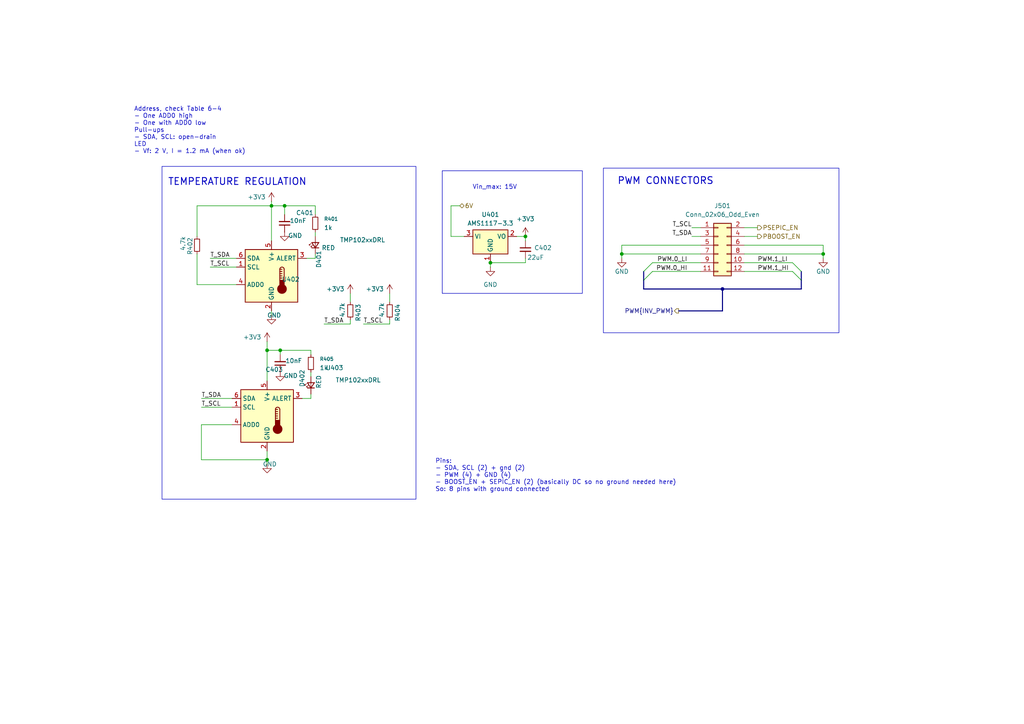
<source format=kicad_sch>
(kicad_sch (version 20250114) (generator "eeschema") (generator_version "9.0")
  (paper "A4")
  (lib_symbols
    (symbol "Connector_Generic:Conn_02x06_Odd_Even" (pin_names (offset 1.016) (hide yes))
      (property "Reference" "J" (at 1.27 7.62 0))
      (property "Value" "Conn_02x06_Odd_Even" (at 1.27 -10.16 0))
      (symbol "Conn_02x06_Odd_Even_1_1"
        (rectangle (start -1.27 6.35) (end 3.81 -8.89) (stroke (width 0.254)) (fill (type background)))
        (rectangle (start -1.27 5.207) (end 0 4.953) (stroke (width 0.1524)))
        (rectangle (start -1.27 2.667) (end 0 2.413) (stroke (width 0.1524)))
        (rectangle (start -1.27 0.127) (end 0 -0.127) (stroke (width 0.1524)))
        (rectangle (start -1.27 -2.413) (end 0 -2.667) (stroke (width 0.1524)))
        (rectangle (start -1.27 -4.953) (end 0 -5.207) (stroke (width 0.1524)))
        (rectangle (start -1.27 -7.493) (end 0 -7.747) (stroke (width 0.1524)))
        (rectangle (start 3.81 5.207) (end 2.54 4.953) (stroke (width 0.1524)))
        (rectangle (start 3.81 2.667) (end 2.54 2.413) (stroke (width 0.1524)))
        (rectangle (start 3.81 0.127) (end 2.54 -0.127) (stroke (width 0.1524)))
        (rectangle (start 3.81 -2.413) (end 2.54 -2.667) (stroke (width 0.1524)))
        (rectangle (start 3.81 -4.953) (end 2.54 -5.207) (stroke (width 0.1524)))
        (rectangle (start 3.81 -7.493) (end 2.54 -7.747) (stroke (width 0.1524)))
        (pin passive line (at -5.08 5.08 0) (length 3.81) (name "Pin_1") (number "1"))
        (pin passive line (at -5.08 2.54 0) (length 3.81) (name "Pin_3") (number "3"))
        (pin passive line (at -5.08 0 0) (length 3.81) (name "Pin_5") (number "5"))
        (pin passive line (at -5.08 -2.54 0) (length 3.81) (name "Pin_7") (number "7"))
        (pin passive line (at -5.08 -5.08 0) (length 3.81) (name "Pin_9") (number "9"))
        (pin passive line (at -5.08 -7.62 0) (length 3.81) (name "Pin_11") (number "11"))
        (pin passive line (at 7.62 5.08 180) (length 3.81) (name "Pin_2") (number "2"))
        (pin passive line (at 7.62 2.54 180) (length 3.81) (name "Pin_4") (number "4"))
        (pin passive line (at 7.62 0 180) (length 3.81) (name "Pin_6") (number "6"))
        (pin passive line (at 7.62 -2.54 180) (length 3.81) (name "Pin_8") (number "8"))
        (pin passive line (at 7.62 -5.08 180) (length 3.81) (name "Pin_10") (number "10"))
        (pin passive line (at 7.62 -7.62 180) (length 3.81) (name "Pin_12") (number "12"))
      )
    )
    (symbol "Device:C_Small" (pin_numbers (hide yes)) (pin_names (offset 0.254) (hide yes))
      (property "Reference" "C" (at 0.254 1.778 0))
      (property "Value" "C_Small" (at 0.254 -2.032 0))
      (symbol "C_Small_0_1"
        (polyline (pts (xy -1.524 0.508) (xy 1.524 0.508)) (stroke (width 0.3048)))
        (polyline (pts (xy -1.524 -0.508) (xy 1.524 -0.508)) (stroke (width 0.3302)))
      )
      (symbol "C_Small_1_1"
        (pin passive line (at 0 2.54 270) (length 2.032) (name "~") (number "1"))
        (pin passive line (at 0 -2.54 90) (length 2.032) (name "~") (number "2"))
      )
    )
    (symbol "Device:LED_Small" (pin_numbers (hide yes)) (pin_names (offset 0.254) (hide yes))
      (property "Reference" "D" (at -1.27 3.175 0))
      (property "Value" "LED_Small" (at -4.445 -2.54 0))
      (symbol "LED_Small_0_1"
        (polyline (pts (xy -0.762 -1.016) (xy -0.762 1.016)) (stroke (width 0.254)))
        (polyline (pts (xy 0 0.762) (xy -0.508 1.27) (xy -0.254 1.27) (xy -0.508 1.27) (xy -0.508 1.016)))
        (polyline (pts (xy 0.508 1.27) (xy 0 1.778) (xy 0.254 1.778) (xy 0 1.778) (xy 0 1.524)))
        (polyline (pts (xy 0.762 -1.016) (xy -0.762 0) (xy 0.762 1.016) (xy 0.762 -1.016)) (stroke (width 0.254)))
        (polyline (pts (xy 1.016 0) (xy -0.762 0)))
      )
      (symbol "LED_Small_1_1"
        (pin passive line (at -2.54 0 0) (length 1.778) (name "K") (number "1"))
        (pin passive line (at 2.54 0 180) (length 1.778) (name "A") (number "2"))
      )
    )
    (symbol "Device:R_Small" (pin_numbers (hide yes)) (pin_names (offset 0.254) (hide yes))
      (property "Reference" "R" (at 0 0 90))
      (property "Value" "R_Small" (at 1.778 0 90))
      (symbol "R_Small_0_1"
        (rectangle (start -0.762 1.778) (end 0.762 -1.778) (stroke (width 0.2032)))
      )
      (symbol "R_Small_1_1"
        (pin passive line (at 0 2.54 270) (length 0.762) (name "~") (number "1"))
        (pin passive line (at 0 -2.54 90) (length 0.762) (name "~") (number "2"))
      )
    )
    (symbol "Regulator_Linear:AMS1117-3.3"
      (property "Reference" "U" (at -3.81 3.175 0))
      (property "Value" "AMS1117-3.3" (at 0 3.175 0))
      (symbol "AMS1117-3.3_0_1"
        (rectangle (start -5.08 -5.08) (end 5.08 1.905) (stroke (width 0.254)) (fill (type background)))
      )
      (symbol "AMS1117-3.3_1_1"
        (pin power_in line (at -7.62 0 0) (length 2.54) (name "VI") (number "3"))
        (pin power_in line (at 0 -7.62 90) (length 2.54) (name "GND") (number "1"))
        (pin power_out line (at 7.62 0 180) (length 2.54) (name "VO") (number "2"))
      )
    )
    (symbol "Sensor_Temperature:TMP102xxDRL"
      (property "Reference" "U" (at -2.54 10.795 0))
      (property "Value" "TMP102xxDRL" (at -2.54 8.89 0))
      (symbol "TMP102xxDRL_0_1"
        (rectangle (start -7.62 7.62) (end 7.62 -7.62) (stroke (width 0.254)) (fill (type background)))
      )
      (symbol "TMP102xxDRL_1_1"
        (polyline (pts (xy 2.413 1.905) (xy 2.413 -1.27)) (stroke (width 0.254)))
        (polyline (pts (xy 2.413 1.905) (xy 3.048 1.905)) (stroke (width 0.254)))
        (polyline (pts (xy 2.413 1.27) (xy 3.048 1.27)) (stroke (width 0.254)))
        (polyline (pts (xy 2.413 0.635) (xy 3.048 0.635)) (stroke (width 0.254)))
        (polyline (pts (xy 2.413 0) (xy 3.048 0)) (stroke (width 0.254)))
        (polyline (pts (xy 2.413 -0.635) (xy 3.048 -0.635)) (stroke (width 0.254)))
        (arc (start 2.413 1.905) (mid 3.048 2.5373) (end 3.683 1.905) (stroke (width 0.254)))
        (circle (center 3.048 -3.81) (radius 1.27) (stroke (width 0.254)) (fill (type outline)))
        (polyline (pts (xy 3.683 1.905) (xy 3.683 -1.27)) (stroke (width 0.254)))
        (rectangle (start 3.683 -3.175) (end 2.413 -1.27) (stroke (width 0.254)) (fill (type outline)))
        (pin bidirectional line (at -10.16 5.08 0) (length 2.54) (name "SDA") (number "6"))
        (pin input line (at -10.16 2.54 0) (length 2.54) (name "SCL") (number "1"))
        (pin input line (at -10.16 -2.54 0) (length 2.54) (name "ADD0") (number "4"))
        (pin power_in line (at 0 10.16 270) (length 2.54) (name "V+") (number "5"))
        (pin power_in line (at 0 -10.16 90) (length 2.54) (name "GND") (number "2"))
        (pin open_collector line (at 10.16 5.08 180) (length 2.54) (name "ALERT") (number "3"))
      )
    )
    (symbol "power:+3V3" (power) (pin_numbers (hide yes)) (pin_names (offset 0) (hide yes))
      (property "Value" "+3V3" (at 0 3.556 0))
      (symbol "+3V3_0_1"
        (polyline (pts (xy -0.762 1.27) (xy 0 2.54)))
        (polyline (pts (xy 0 2.54) (xy 0.762 1.27)))
        (polyline (pts (xy 0 0) (xy 0 2.54)))
      )
      (symbol "+3V3_1_1"
        (pin power_in line (at 0 0 90) (length 0) (name "~") (number "1"))
      )
    )
    (symbol "power:GND" (power) (pin_numbers (hide yes)) (pin_names (offset 0) (hide yes))
      (property "Value" "GND" (at 0 -3.81 0))
      (symbol "GND_0_1"
        (polyline (pts (xy 0 0) (xy 0 -1.27) (xy 1.27 -1.27) (xy 0 -2.54) (xy -1.27 -1.27) (xy 0 -1.27)))
      )
      (symbol "GND_1_1"
        (pin power_in line (at 0 0 270) (length 0) (name "~") (number "1"))
      )
    )
  )
  (bus_alias "INV_PWM" (members "0_LI" "0_HI" "1_LI" "1_HI"))
  (rectangle (start 46.99 48.26) (end 120.65 144.78))
  (rectangle (start 128.27 49.53) (end 168.91 85.09))
  (rectangle (start 175.006 48.768) (end 243.332 96.52))
  (text "Vin_max: 15V" (at 143.51 54.356 0) (effects (font (size 1.27 1.27))))
  (text "Address, check Table 6-4\n- One ADD0 high\n- One with ADD0 low\nPull-ups\n- SDA, SCL: open-drain\nLED\n- Vf: 2 V, I = 1.2 mA (when ok)" (at 38.862 37.846 0) (effects (font (size 1.27 1.27)) (justify left)))
  (text "PWM CONNECTORS" (at 193.04 52.578 0) (effects (font (size 2 2) (thickness 0.254) (bold yes))))
  (text "TEMPERATURE REGULATION" (at 68.834 52.832 0) (effects (font (size 2 2) (thickness 0.254) (bold yes))))
  (text "Pins:\n- SDA, SCL (2) + gnd (2)\n- PWM (4) + GND (4)\n- BOOST_EN + SEPIC_EN (2) (basically DC so no ground needed here)\nSo: 8 pins with ground connected" (at 126.238 137.922 0) (effects (font (size 1.27 1.27)) (justify left)))
  (junction (at 142.24 76.2))
  (junction (at 82.55 59.69))
  (junction (at 78.74 59.69))
  (junction (at 81.28 101.6))
  (junction (at 77.47 101.6))
  (junction (at 238.76 73.66))
  (junction (at 77.47 133.35))
  (junction (at 209.55 83.82))
  (junction (at 152.4 68.58))
  (junction (at 180.34 73.66))
  (bus_entry (at 232.41 81.28) (size -2.54 -2.54))
  (bus_entry (at 186.69 81.28) (size 2.54 -2.54))
  (bus_entry (at 189.23 76.2) (size -2.54 2.54))
  (bus_entry (at 229.87 76.2) (size 2.54 2.54))
  (wire (pts (xy 215.9 78.74) (xy 229.87 78.74)))
  (wire (pts (xy 57.15 82.55) (xy 68.58 82.55)))
  (wire (pts (xy 91.44 62.23) (xy 91.44 59.69)))
  (wire (pts (xy 152.4 69.85) (xy 152.4 68.58)))
  (bus (pts (xy 209.55 90.17) (xy 209.55 83.82)))
  (wire (pts (xy 78.74 59.69) (xy 82.55 59.69)))
  (bus (pts (xy 196.85 90.17) (xy 209.55 90.17)))
  (wire (pts (xy 130.81 68.58) (xy 134.62 68.58)))
  (wire (pts (xy 90.17 114.3) (xy 90.17 115.57)))
  (bus (pts (xy 209.55 83.82) (xy 232.41 83.82)))
  (wire (pts (xy 142.24 76.2) (xy 142.24 77.47)))
  (wire (pts (xy 77.47 101.6) (xy 81.28 101.6)))
  (wire (pts (xy 91.44 74.93) (xy 88.9 74.93)))
  (wire (pts (xy 113.03 85.09) (xy 113.03 87.63)))
  (wire (pts (xy 77.47 99.06) (xy 77.47 101.6)))
  (wire (pts (xy 77.47 101.6) (xy 77.47 110.49)))
  (wire (pts (xy 78.74 90.17) (xy 78.74 91.44)))
  (wire (pts (xy 93.98 93.98) (xy 101.6 93.98)))
  (wire (pts (xy 113.03 93.98) (xy 113.03 92.71)))
  (bus (pts (xy 186.69 83.82) (xy 209.55 83.82)))
  (wire (pts (xy 130.81 59.69) (xy 130.81 68.58)))
  (wire (pts (xy 78.74 59.69) (xy 78.74 69.85)))
  (wire (pts (xy 180.34 74.93) (xy 180.34 73.66)))
  (wire (pts (xy 215.9 76.2) (xy 229.87 76.2)))
  (wire (pts (xy 60.96 74.93) (xy 68.58 74.93)))
  (wire (pts (xy 58.42 115.57) (xy 67.31 115.57)))
  (wire (pts (xy 77.47 133.35) (xy 77.47 134.62)))
  (wire (pts (xy 90.17 101.6) (xy 81.28 101.6)))
  (wire (pts (xy 152.4 76.2) (xy 142.24 76.2)))
  (wire (pts (xy 78.74 58.42) (xy 78.74 59.69)))
  (wire (pts (xy 81.28 102.87) (xy 81.28 101.6)))
  (wire (pts (xy 203.2 73.66) (xy 180.34 73.66)))
  (wire (pts (xy 91.44 59.69) (xy 82.55 59.69)))
  (wire (pts (xy 219.71 68.58) (xy 215.9 68.58)))
  (wire (pts (xy 91.44 68.58) (xy 91.44 67.31)))
  (wire (pts (xy 180.34 71.12) (xy 180.34 73.66)))
  (wire (pts (xy 200.66 68.58) (xy 203.2 68.58)))
  (wire (pts (xy 91.44 73.66) (xy 91.44 74.93)))
  (bus (pts (xy 186.69 81.28) (xy 186.69 78.74)))
  (wire (pts (xy 215.9 73.66) (xy 238.76 73.66)))
  (wire (pts (xy 101.6 93.98) (xy 101.6 92.71)))
  (wire (pts (xy 58.42 133.35) (xy 77.47 133.35)))
  (wire (pts (xy 215.9 71.12) (xy 238.76 71.12)))
  (wire (pts (xy 57.15 68.58) (xy 57.15 59.69)))
  (wire (pts (xy 90.17 115.57) (xy 87.63 115.57)))
  (wire (pts (xy 149.86 68.58) (xy 152.4 68.58)))
  (bus (pts (xy 232.41 83.82) (xy 232.41 81.28)))
  (wire (pts (xy 189.23 78.74) (xy 203.2 78.74)))
  (wire (pts (xy 67.31 123.19) (xy 58.42 123.19)))
  (wire (pts (xy 215.9 66.04) (xy 219.71 66.04)))
  (wire (pts (xy 57.15 59.69) (xy 78.74 59.69)))
  (wire (pts (xy 238.76 71.12) (xy 238.76 73.66)))
  (wire (pts (xy 105.41 93.98) (xy 113.03 93.98)))
  (wire (pts (xy 130.81 59.69) (xy 133.35 59.69)))
  (wire (pts (xy 200.66 66.04) (xy 203.2 66.04)))
  (wire (pts (xy 82.55 59.69) (xy 82.55 62.23)))
  (wire (pts (xy 90.17 109.22) (xy 90.17 107.95)))
  (wire (pts (xy 238.76 74.93) (xy 238.76 73.66)))
  (wire (pts (xy 58.42 123.19) (xy 58.42 133.35)))
  (wire (pts (xy 101.6 85.09) (xy 101.6 87.63)))
  (bus (pts (xy 186.69 83.82) (xy 186.69 81.28)))
  (wire (pts (xy 90.17 101.6) (xy 90.17 102.87)))
  (wire (pts (xy 60.96 77.47) (xy 68.58 77.47)))
  (wire (pts (xy 58.42 118.11) (xy 67.31 118.11)))
  (wire (pts (xy 152.4 74.93) (xy 152.4 76.2)))
  (wire (pts (xy 57.15 73.66) (xy 57.15 82.55)))
  (wire (pts (xy 77.47 130.81) (xy 77.47 133.35)))
  (bus (pts (xy 232.41 81.28) (xy 232.41 78.74)))
  (wire (pts (xy 189.23 76.2) (xy 203.2 76.2)))
  (wire (pts (xy 203.2 71.12) (xy 180.34 71.12)))
  (label "PWM.1_HI" (at 219.71 78.74 0))
  (label "T_SDA" (at 60.96 74.93 0))
  (label "T_SCL" (at 58.42 118.11 0))
  (label "T_SDA" (at 200.66 68.58 180))
  (label "PWM.0_HI" (at 199.39 78.74 180))
  (label "T_SCL" (at 105.41 93.98 0))
  (label "T_SCL" (at 200.66 66.04 180))
  (label "T_SDA" (at 58.42 115.57 0))
  (label "PWM.0_LI" (at 199.39 76.2 180))
  (label "T_SCL" (at 60.96 77.47 0))
  (label "T_SDA" (at 93.98 93.98 0))
  (label "PWM.1_LI" (at 219.71 76.2 0))
  (hierarchical_label "PBOOST_EN" (shape output) (at 219.71 68.58 0))
  (hierarchical_label "PSEPIC_EN" (shape output) (at 219.71 66.04 0))
  (hierarchical_label "6V" (shape bidirectional) (at 133.35 59.69 0))
  (hierarchical_label "PWM{INV_PWM}" (shape output) (at 196.85 90.17 180))
  (symbol (lib_id "power:+3V3") (at 78.74 58.42 0) (unit 1)
    (property "Reference" "#PWR0401" (effects (hide yes)))
    (property "Value" "+3V3" (at 74.422 57.15 0))
    (property "Description" "Power symbol creates a global label with name \"+3V3\"" (effects (hide yes)))
  )
  (symbol (lib_id "power:GND") (at 238.76 74.93 0) (unit 1)
    (property "Reference" "#PWR0502" (effects (hide yes)))
    (property "Value" "GND" (at 238.76 78.74 0))
    (property "Description" "Power symbol creates a global label with name \"GND\" , ground" (effects (hide yes)))
  )
  (symbol (lib_id "Device:R_Small") (at 90.17 105.41 180) (unit 1)
    (property "Reference" "R405" (at 92.71 104.1399 0) (effects (font (size 1.016 1.016)) (justify right)))
    (property "Value" "1k" (at 92.71 106.6799 0) (effects (justify right)))
    (property "Footprint" "Resistor_SMD:R_0402_1005Metric" (effects (hide yes)))
    (property "Datasheet" "https://jlcpcb.com/api/file/downloadByFileSystemAccessId/8579705924167974912" (effects (hide yes)))
    (property "Description" "Resistor, small symbol" (effects (hide yes)))
    (property "MPN" "0402WGF1001TCE" (effects (hide yes)))
    (property "LPN" "C11702" (effects (hide yes)))
  )
  (symbol (lib_id "Device:R_Small") (at 91.44 64.77 180) (unit 1)
    (property "Reference" "R401" (at 93.98 63.4999 0) (effects (font (size 1.016 1.016)) (justify right)))
    (property "Value" "1k" (at 93.98 66.0399 0) (effects (justify right)))
    (property "Footprint" "Resistor_SMD:R_0402_1005Metric" (effects (hide yes)))
    (property "Datasheet" "https://jlcpcb.com/api/file/downloadByFileSystemAccessId/8579705924167974912" (effects (hide yes)))
    (property "Description" "Resistor, small symbol" (effects (hide yes)))
    (property "MPN" "0402WGF1001TCE" (effects (hide yes)))
    (property "LPN" "C11702" (effects (hide yes)))
  )
  (symbol (lib_id "Device:C_Small") (at 82.55 64.77 180) (unit 1)
    (property "Reference" "C401" (at 85.852 61.722 0) (effects (justify right)))
    (property "Value" "10nF" (at 88.9 64.008 0) (effects (justify left)))
    (property "Footprint" "Capacitor_SMD:C_0402_1005Metric" (effects (hide yes)))
    (property "Description" "Unpolarized capacitor, small symbol" (effects (hide yes)))
    (property "LCSC Part Number" "C15195" (effects (hide yes)))
  )
  (symbol (lib_id "power:GND") (at 81.28 107.95 0) (unit 1)
    (property "Reference" "#PWR0410" (effects (hide yes)))
    (property "Value" "GND" (at 84.328 108.966 0))
    (property "Description" "Power symbol creates a global label with name \"GND\" , ground" (effects (hide yes)))
  )
  (symbol (lib_id "Connector_Generic:Conn_02x06_Odd_Even") (at 208.28 71.12 0) (unit 1)
    (property "Reference" "J501" (at 209.55 59.69 0))
    (property "Value" "Conn_02x06_Odd_Even" (at 209.55 62.23 0))
    (property "Footprint" "Connector_PinHeader_2.54mm:PinHeader_2x06_P2.54mm_Horizontal" (effects (hide yes)))
    (property "Description" "Generic connector, double row, 02x06, odd/even pin numbering scheme (row 1 odd numbers, row 2 even numbers), script generated (kicad-library-utils/schlib/autogen/connector/)" (effects (hide yes)))
  )
  (symbol (lib_id "Device:LED_Small") (at 91.44 71.12 90) (unit 1)
    (property "Reference" "D401" (at 92.456 75.184 0))
    (property "Value" "RED" (at 95.25 71.882 90))
    (property "Footprint" "Diode_SMD:D_0603_1608Metric" (effects (hide yes)))
    (property "Datasheet" "https://jlcpcb.com/api/file/downloadByFileSystemAccessId/8550723991833485312" (effects (hide yes)))
    (property "Description" "Light emitting diode, small symbol" (effects (hide yes)))
    (property "Sim.Pin" "1=K 2=A" (effects (hide yes)))
    (property "LPN" "C2286" (effects (hide yes)))
    (property "MPN" "KT-0603R " (effects (hide yes)))
  )
  (symbol (lib_id "Device:R_Small") (at 57.15 71.12 180) (unit 1)
    (property "Reference" "R402" (at 55.118 68.834 90) (effects (justify left)))
    (property "Value" "4.7k" (at 53.086 70.612 90))
    (property "Footprint" "Resistor_SMD:R_0402_1005Metric" (effects (hide yes)))
    (property "Description" "Resistor, small symbol" (effects (hide yes)))
    (property "LPN" "0402WGF4701TCE" (effects (hide yes)))
    (property "MPN" "C25900" (effects (hide yes)))
  )
  (symbol (lib_id "Regulator_Linear:AMS1117-3.3") (at 142.24 68.58 0) (unit 1)
    (property "Reference" "U401" (at 142.24 62.23 0))
    (property "Value" "AMS1117-3.3" (at 142.24 64.77 0))
    (property "Footprint" "Package_TO_SOT_SMD:SOT-223-3_TabPin2" (effects (hide yes)))
    (property "Datasheet" "http://www.advanced-monolithic.com/pdf/ds1117.pdf" (effects (hide yes)))
    (property "Description" "1A Low Dropout regulator, positive, 3.3V fixed output, SOT-223" (effects (hide yes)))
    (property "LPN" "C6186" (effects (hide yes)))
    (property "MPN" "AMS1117-3.3 " (effects (hide yes)))
  )
  (symbol (lib_id "power:+3V3") (at 101.6 85.09 0) (unit 1)
    (property "Reference" "#PWR0406" (effects (hide yes)))
    (property "Value" "+3V3" (at 97.282 83.82 0))
    (property "Description" "Power symbol creates a global label with name \"+3V3\"" (effects (hide yes)))
  )
  (symbol (lib_id "power:+3V3") (at 152.4 68.58 0) (unit 1)
    (property "Reference" "#PWR0404" (effects (hide yes)))
    (property "Value" "+3V3" (at 152.4 63.5 0))
    (property "Description" "Power symbol creates a global label with name \"+3V3\"" (effects (hide yes)))
  )
  (symbol (lib_id "Device:R_Small") (at 101.6 90.17 180) (unit 1)
    (property "Reference" "R403" (at 103.886 88.138 90) (effects (justify left)))
    (property "Value" "4.7k" (at 99.314 89.916 90))
    (property "Footprint" "Resistor_SMD:R_0402_1005Metric" (effects (hide yes)))
    (property "Description" "Resistor, small symbol" (effects (hide yes)))
    (property "LPN" "0402WGF4701TCE" (effects (hide yes)))
    (property "MPN" "C25900" (effects (hide yes)))
  )
  (symbol (lib_id "power:GND") (at 82.55 67.31 0) (unit 1)
    (property "Reference" "#PWR0402" (effects (hide yes)))
    (property "Value" "GND" (at 85.598 68.326 0))
    (property "Description" "Power symbol creates a global label with name \"GND\" , ground" (effects (hide yes)))
  )
  (symbol (lib_id "power:GND") (at 78.74 91.44 0) (unit 1)
    (property "Reference" "#PWR0408" (effects (hide yes)))
    (property "Value" "GND" (at 77.47 91.4399 0) (effects (justify left)))
    (property "Description" "Power symbol creates a global label with name \"GND\" , ground" (effects (hide yes)))
  )
  (symbol (lib_id "power:+3V3") (at 77.47 99.06 0) (unit 1)
    (property "Reference" "#PWR0409" (effects (hide yes)))
    (property "Value" "+3V3" (at 73.152 97.79 0))
    (property "Description" "Power symbol creates a global label with name \"+3V3\"" (effects (hide yes)))
  )
  (symbol (lib_id "power:GND") (at 142.24 77.47 0) (unit 1)
    (property "Reference" "#PWR0405" (effects (hide yes)))
    (property "Value" "GND" (at 142.24 82.55 0))
    (property "Description" "Power symbol creates a global label with name \"GND\" , ground" (effects (hide yes)))
  )
  (symbol (lib_id "Sensor_Temperature:TMP102xxDRL") (at 78.74 80.01 0) (unit 1)
    (property "Reference" "U402" (at 84.328 81.026 0))
    (property "Value" "TMP102xxDRL" (at 105.156 69.596 0))
    (property "Footprint" "Package_TO_SOT_SMD:SOT-563" (effects (hide yes)))
    (property "Datasheet" "https://www.ti.com/lit/ds/symlink/tmp102.pdf?ts=1748100536041&ref_url=https%253A%252F%252Fwww.google.com%252F" (effects (hide yes)))
    (property "Description" "Digital Temperature Sensor, ±3°C, low-Power, SMBus, 12 bit, Two-Wire Serial Interface, SOT-563" (effects (hide yes)))
    (property "LPN" "C99269" (effects (hide yes)))
    (property "MPN" "TMP102AIDRLR" (effects (hide yes)))
  )
  (symbol (lib_id "power:GND") (at 180.34 74.93 0) (mirror y) (unit 1)
    (property "Reference" "#PWR0501" (effects (hide yes)))
    (property "Value" "GND" (at 180.34 78.74 0))
    (property "Description" "Power symbol creates a global label with name \"GND\" , ground" (effects (hide yes)))
  )
  (symbol (lib_id "power:GND") (at 77.47 134.62 0) (unit 1)
    (property "Reference" "#PWR0411" (effects (hide yes)))
    (property "Value" "GND" (at 76.2 134.6199 0) (effects (justify left)))
    (property "Description" "Power symbol creates a global label with name \"GND\" , ground" (effects (hide yes)))
  )
  (symbol (lib_id "power:+3V3") (at 113.03 85.09 0) (unit 1)
    (property "Reference" "#PWR0407" (effects (hide yes)))
    (property "Value" "+3V3" (at 108.712 83.82 0))
    (property "Description" "Power symbol creates a global label with name \"+3V3\"" (effects (hide yes)))
  )
  (symbol (lib_id "Device:LED_Small") (at 90.17 111.76 90) (unit 1)
    (property "Reference" "D402" (at 87.63 109.728 0))
    (property "Value" "RED" (at 92.456 110.744 0))
    (property "Footprint" "Diode_SMD:D_0603_1608Metric" (effects (hide yes)))
    (property "Datasheet" "https://jlcpcb.com/api/file/downloadByFileSystemAccessId/8550723991833485312" (effects (hide yes)))
    (property "Description" "Light emitting diode, small symbol" (effects (hide yes)))
    (property "Sim.Pin" "1=K 2=A" (effects (hide yes)))
    (property "LPN" "C2286" (effects (hide yes)))
    (property "MPN" "KT-0603R " (effects (hide yes)))
  )
  (symbol (lib_id "Device:C_Small") (at 152.4 72.39 0) (unit 1)
    (property "Reference" "C402" (at 154.94 71.882 0) (effects (justify left)))
    (property "Value" "22uF" (at 152.908 74.676 0) (effects (justify left)))
    (property "Footprint" "Capacitor_SMD:C_0805_2012Metric" (effects (hide yes)))
    (property "Datasheet" "https://jlcpcb.com/api/file/downloadByFileSystemAccessId/8579706866429190144" (effects (hide yes)))
    (property "Description" "X5R, 25V" (effects (hide yes)))
    (property "LPN" "C45783" (effects (hide yes)))
    (property "MPN" "CL21A226MAQNNNE" (effects (hide yes)))
  )
  (symbol (lib_id "Sensor_Temperature:TMP102xxDRL") (at 77.47 120.65 0) (unit 1)
    (property "Reference" "U403" (at 97.028 106.68 0))
    (property "Value" "TMP102xxDRL" (at 103.886 110.236 0))
    (property "Footprint" "Package_TO_SOT_SMD:SOT-563" (effects (hide yes)))
    (property "Datasheet" "https://www.ti.com/lit/ds/symlink/tmp102.pdf?ts=1748100536041&ref_url=https%253A%252F%252Fwww.google.com%252F" (effects (hide yes)))
    (property "Description" "Digital Temperature Sensor, ±3°C, low-Power, SMBus, 12 bit, Two-Wire Serial Interface, SOT-563" (effects (hide yes)))
    (property "LPN" "C99269" (effects (hide yes)))
    (property "MPN" "TMP102AIDRLR" (effects (hide yes)))
  )
  (symbol (lib_id "Device:R_Small") (at 113.03 90.17 180) (unit 1)
    (property "Reference" "R404" (at 115.316 88.138 90) (effects (justify left)))
    (property "Value" "4.7k" (at 110.744 89.916 90))
    (property "Footprint" "Resistor_SMD:R_0402_1005Metric" (effects (hide yes)))
    (property "Description" "Resistor, small symbol" (effects (hide yes)))
    (property "LPN" "0402WGF4701TCE" (effects (hide yes)))
    (property "MPN" "C25900" (effects (hide yes)))
  )
  (symbol (lib_id "Device:C_Small") (at 81.28 105.41 180) (unit 1)
    (property "Reference" "C403" (at 76.962 107.188 0) (effects (justify right)))
    (property "Value" "10nF" (at 87.63 104.648 0) (effects (justify left)))
    (property "Footprint" "Capacitor_SMD:C_0402_1005Metric" (effects (hide yes)))
    (property "Description" "Unpolarized capacitor, small symbol" (effects (hide yes)))
    (property "LCSC Part Number" "C15195" (effects (hide yes)))
  )
)
</source>
